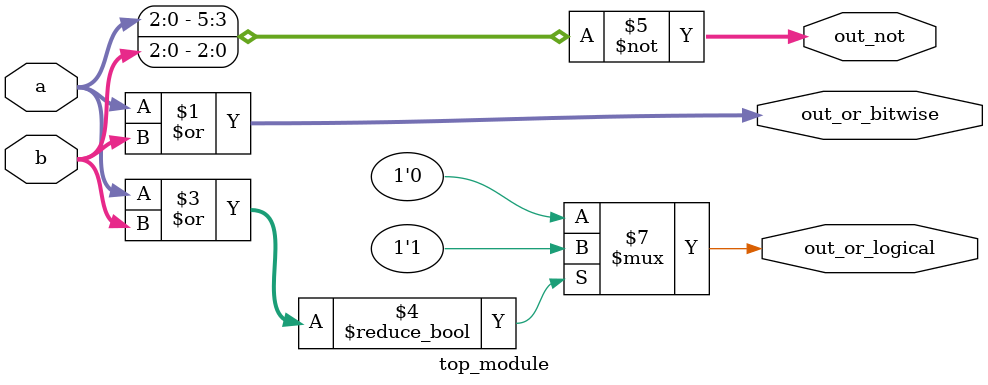
<source format=sv>
module top_module(
	input [2:0] a, 
	input [2:0] b, 
	output [2:0] out_or_bitwise,
	output reg out_or_logical,
	output [5:0] out_not
);
	
	// Bitwise OR
	assign out_or_bitwise = a | b;
	
	// Logical OR
	always @(*)
	begin
		if (a | b) // If at least one bit is high
			out_or_logical = 1'b1;
		else
			out_or_logical = 1'b0;
	end
	
	// Bitwise NOT
	assign out_not = ~{a,b};
	
endmodule

</source>
